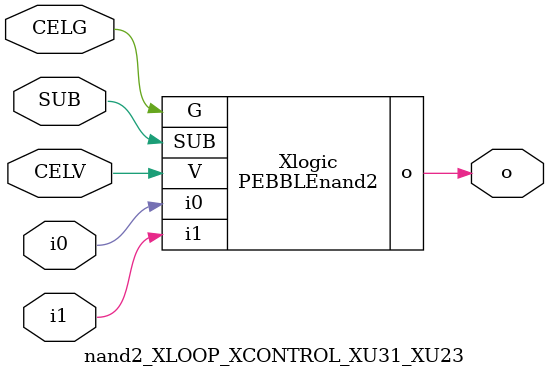
<source format=v>



module PEBBLEnand2 ( o, G, SUB, V, i0, i1 );

  input i0;
  input V;
  input i1;
  input G;
  output o;
  input SUB;
endmodule

//Celera Confidential Do Not Copy nand2_XLOOP_XCONTROL_XU31_XU23
//Celera Confidential Symbol Generator
//5V NAND2
module nand2_XLOOP_XCONTROL_XU31_XU23 (CELV,CELG,i0,i1,o,SUB);
input CELV;
input CELG;
input i0;
input i1;
input SUB;
output o;

//Celera Confidential Do Not Copy nand2
PEBBLEnand2 Xlogic(
.V (CELV),
.i0 (i0),
.i1 (i1),
.o (o),
.SUB (SUB),
.G (CELG)
);
//,diesize,PEBBLEnand2

//Celera Confidential Do Not Copy Module End
//Celera Schematic Generator
endmodule

</source>
